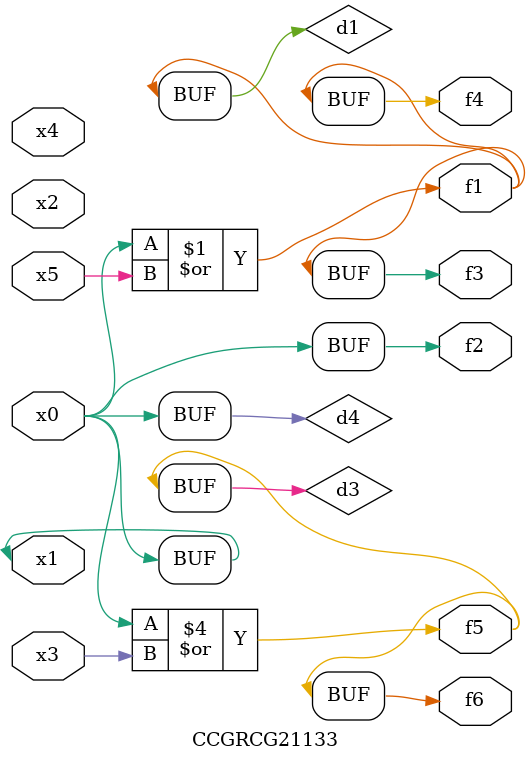
<source format=v>
module CCGRCG21133(
	input x0, x1, x2, x3, x4, x5,
	output f1, f2, f3, f4, f5, f6
);

	wire d1, d2, d3, d4;

	or (d1, x0, x5);
	xnor (d2, x1, x4);
	or (d3, x0, x3);
	buf (d4, x0, x1);
	assign f1 = d1;
	assign f2 = d4;
	assign f3 = d1;
	assign f4 = d1;
	assign f5 = d3;
	assign f6 = d3;
endmodule

</source>
